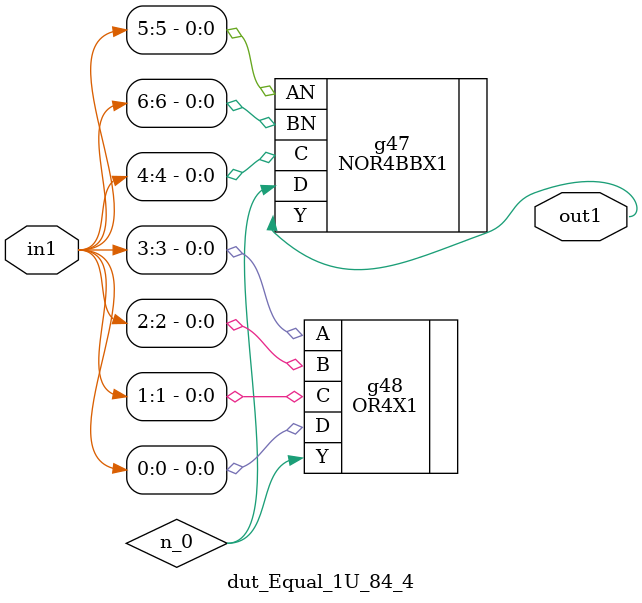
<source format=v>
`timescale 1ps / 1ps


module dut_Equal_1U_84_4(in1, out1);
  input [6:0] in1;
  output out1;
  wire [6:0] in1;
  wire out1;
  wire n_0;
  NOR4BBX1 g47(.AN (in1[5]), .BN (in1[6]), .C (in1[4]), .D (n_0), .Y
       (out1));
  OR4X1 g48(.A (in1[3]), .B (in1[2]), .C (in1[1]), .D (in1[0]), .Y
       (n_0));
endmodule



</source>
